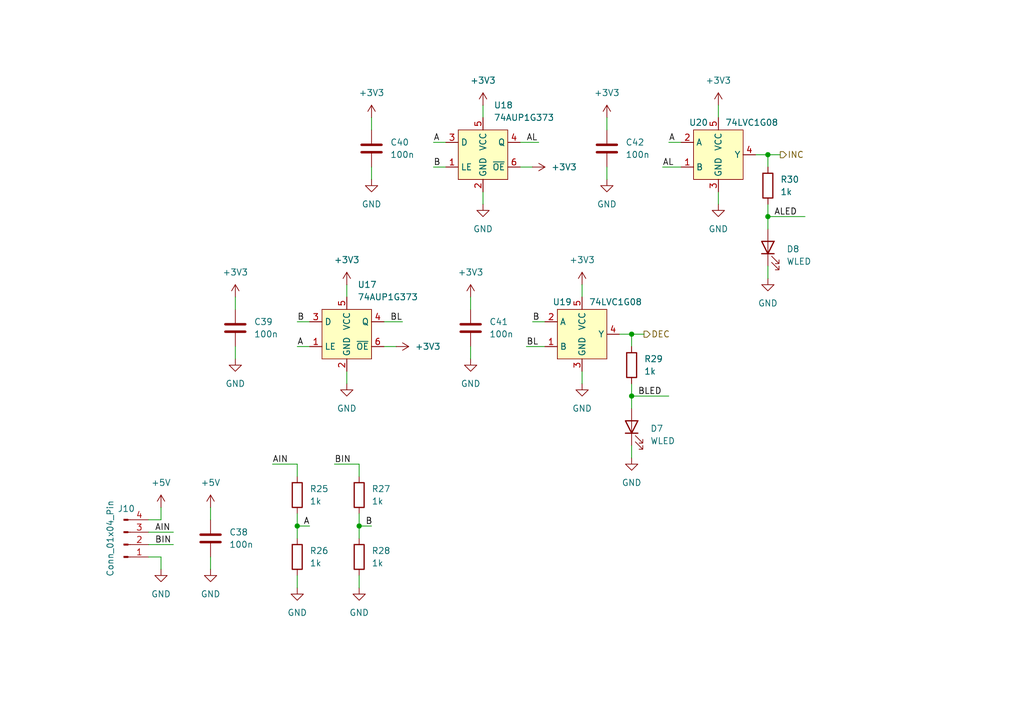
<source format=kicad_sch>
(kicad_sch (version 20231120) (generator "eeschema") (generator_version "8.0")
  (paper "A5")
  (lib_symbols
    (symbol "Connector:Conn_01x04_Pin" (pin_names (offset 1.016) hide)
      (property "Reference" "J" (at 0 5.08 0))
      (property "Value" "Conn_01x04_Pin" (at 0 -7.62 0))
      (symbol "Conn_01x04_Pin_1_1"
        (polyline (pts (xy 1.27 -5.08) (xy 0.8636 -5.08)) (stroke (width 0.1524)))
        (polyline (pts (xy 1.27 -2.54) (xy 0.8636 -2.54)) (stroke (width 0.1524)))
        (polyline (pts (xy 1.27 0) (xy 0.8636 0)) (stroke (width 0.1524)))
        (polyline (pts (xy 1.27 2.54) (xy 0.8636 2.54)) (stroke (width 0.1524)))
        (rectangle (start 0.8636 -4.953) (end 0 -5.207) (stroke (width 0.1524)) (fill (type outline)))
        (rectangle (start 0.8636 -2.413) (end 0 -2.667) (stroke (width 0.1524)) (fill (type outline)))
        (rectangle (start 0.8636 0.127) (end 0 -0.127) (stroke (width 0.1524)) (fill (type outline)))
        (rectangle (start 0.8636 2.667) (end 0 2.413) (stroke (width 0.1524)) (fill (type outline)))
        (pin passive line (at 5.08 2.54 180) (length 3.81) (name "Pin_1") (number "1"))
        (pin passive line (at 5.08 0 180) (length 3.81) (name "Pin_2") (number "2"))
        (pin passive line (at 5.08 -2.54 180) (length 3.81) (name "Pin_3") (number "3"))
        (pin passive line (at 5.08 -5.08 180) (length 3.81) (name "Pin_4") (number "4"))
      )
    )
    (symbol "Device:C" (pin_numbers hide) (pin_names (offset 0.254))
      (property "Reference" "C" (at 0.635 2.54 0))
      (property "Value" "C" (at 0.635 -2.54 0))
      (symbol "C_0_1"
        (polyline (pts (xy -2.032 -0.762) (xy 2.032 -0.762)) (stroke (width 0.508)))
        (polyline (pts (xy -2.032 0.762) (xy 2.032 0.762)) (stroke (width 0.508)))
      )
      (symbol "C_1_1"
        (pin passive line (at 0 3.81 270) (length 2.794) (name "~") (number "1"))
        (pin passive line (at 0 -3.81 90) (length 2.794) (name "~") (number "2"))
      )
    )
    (symbol "Device:LED" (pin_numbers hide) (pin_names (offset 1.016) hide)
      (property "Reference" "D" (at 0 2.54 0))
      (property "Value" "LED" (at 0 -2.54 0))
      (symbol "LED_0_1"
        (polyline (pts (xy -1.27 -1.27) (xy -1.27 1.27)) (stroke (width 0.254)))
        (polyline (pts (xy -1.27 0) (xy 1.27 0)))
        (polyline (pts (xy 1.27 -1.27) (xy 1.27 1.27) (xy -1.27 0) (xy 1.27 -1.27)) (stroke (width 0.254)))
        (polyline (pts (xy -3.048 -0.762) (xy -4.572 -2.286) (xy -3.81 -2.286) (xy -4.572 -2.286) (xy -4.572 -1.524)))
        (polyline (pts (xy -1.778 -0.762) (xy -3.302 -2.286) (xy -2.54 -2.286) (xy -3.302 -2.286) (xy -3.302 -1.524)))
      )
      (symbol "LED_1_1"
        (pin passive line (at -3.81 0 0) (length 2.54) (name "K") (number "1"))
        (pin passive line (at 3.81 0 180) (length 2.54) (name "A") (number "2"))
      )
    )
    (symbol "Device:R" (pin_numbers hide) (pin_names (offset 0))
      (property "Reference" "R" (at 2.032 0 90))
      (property "Value" "R" (at 0 0 90))
      (symbol "R_0_1"
        (rectangle (start -1.016 -2.54) (end 1.016 2.54) (stroke (width 0.254)))
      )
      (symbol "R_1_1"
        (pin passive line (at 0 3.81 270) (length 1.27) (name "~") (number "1"))
        (pin passive line (at 0 -3.81 90) (length 1.27) (name "~") (number "2"))
      )
    )
    (symbol "Symbols:74AUP1G373"
      (property "Reference" "U" (at 1.016 1.524 0))
      (property "Value" "74AUP1G373" (at 12.7 1.524 0))
      (symbol "74AUP1G373_1_1"
        (rectangle (start 0 0) (end 10.16 -10.16) (fill (type background)))
        (pin input line (at -2.54 -7.62 0) (length 2.54) (name "LE") (number "1"))
        (pin power_in line (at 5.08 -12.7 90) (length 2.54) (name "GND") (number "2"))
        (pin input line (at -2.54 -2.54 0) (length 2.54) (name "D") (number "3"))
        (pin output line (at 12.7 -2.54 180) (length 2.54) (name "Q") (number "4"))
        (pin power_in line (at 5.08 2.54 270) (length 2.54) (name "VCC") (number "5"))
        (pin input line (at 12.7 -7.62 180) (length 2.54) (name "~{OE}") (number "6"))
      )
    )
    (symbol "Symbols:74LVC1G08"
      (property "Reference" "U" (at 1.27 1.524 0))
      (property "Value" "74LVC1G08" (at 11.938 1.524 0))
      (symbol "74LVC1G08_1_1"
        (rectangle (start 0 0) (end 10.16 -10.16) (fill (type background)))
        (pin input line (at -2.54 -7.62 0) (length 2.54) (name "B") (number "1"))
        (pin input line (at -2.54 -2.54 0) (length 2.54) (name "A") (number "2"))
        (pin power_in line (at 5.08 -12.7 90) (length 2.54) (name "GND") (number "3"))
        (pin output line (at 12.7 -5.08 180) (length 2.54) (name "Y") (number "4"))
        (pin power_in line (at 5.08 2.54 270) (length 2.54) (name "VCC") (number "5"))
      )
    )
    (symbol "power:+3V3" (power) (pin_numbers hide) (pin_names (offset 0) hide)
      (property "Value" "+3V3" (at 0 3.556 0))
      (symbol "+3V3_0_1"
        (polyline (pts (xy -0.762 1.27) (xy 0 2.54)))
        (polyline (pts (xy 0 0) (xy 0 2.54)))
        (polyline (pts (xy 0 2.54) (xy 0.762 1.27)))
      )
      (symbol "+3V3_1_1"
        (pin power_in line (at 0 0 90) (length 0) (name "~") (number "1"))
      )
    )
    (symbol "power:+5V" (power) (pin_numbers hide) (pin_names (offset 0) hide)
      (property "Value" "+5V" (at 0 3.556 0))
      (symbol "+5V_0_1"
        (polyline (pts (xy -0.762 1.27) (xy 0 2.54)))
        (polyline (pts (xy 0 0) (xy 0 2.54)))
        (polyline (pts (xy 0 2.54) (xy 0.762 1.27)))
      )
      (symbol "+5V_1_1"
        (pin power_in line (at 0 0 90) (length 0) (name "~") (number "1"))
      )
    )
    (symbol "power:GND" (power) (pin_numbers hide) (pin_names (offset 0) hide)
      (property "Value" "GND" (at 0 -3.81 0))
      (symbol "GND_0_1"
        (polyline (pts (xy 0 0) (xy 0 -1.27) (xy 1.27 -1.27) (xy 0 -2.54) (xy -1.27 -1.27) (xy 0 -1.27)))
      )
      (symbol "GND_1_1"
        (pin power_in line (at 0 0 270) (length 0) (name "~") (number "1"))
      )
    )
  )
  (junction (at 129.54 81.28))
  (junction (at 73.66 107.95))
  (junction (at 157.48 31.75))
  (junction (at 157.48 44.45))
  (junction (at 60.96 107.95))
  (junction (at 129.54 68.58))
  (wire (pts (xy 76.2 34.29) (xy 76.2 36.83)))
  (wire (pts (xy 106.68 34.29) (xy 109.22 34.29)))
  (wire (pts (xy 157.48 31.75) (xy 157.48 34.29)))
  (wire (pts (xy 119.38 76.2) (xy 119.38 78.74)))
  (wire (pts (xy 76.2 24.13) (xy 76.2 26.67)))
  (wire (pts (xy 129.54 68.58) (xy 129.54 71.12)))
  (wire (pts (xy 157.48 44.45) (xy 157.48 46.99)))
  (wire (pts (xy 55.88 95.25) (xy 60.96 95.25)))
  (wire (pts (xy 33.02 116.84) (xy 33.02 114.3)))
  (wire (pts (xy 154.94 31.75) (xy 157.48 31.75)))
  (wire (pts (xy 48.26 71.12) (xy 48.26 73.66)))
  (wire (pts (xy 73.66 107.95) (xy 73.66 110.49)))
  (wire (pts (xy 73.66 107.95) (xy 76.2 107.95)))
  (wire (pts (xy 43.18 104.14) (xy 43.18 106.68)))
  (wire (pts (xy 137.16 29.21) (xy 139.7 29.21)))
  (wire (pts (xy 96.52 71.12) (xy 96.52 73.66)))
  (wire (pts (xy 60.96 95.25) (xy 60.96 97.79)))
  (wire (pts (xy 127 68.58) (xy 129.54 68.58)))
  (wire (pts (xy 109.22 66.04) (xy 111.76 66.04)))
  (wire (pts (xy 129.54 78.74) (xy 129.54 81.28)))
  (wire (pts (xy 129.54 81.28) (xy 137.16 81.28)))
  (wire (pts (xy 147.32 39.37) (xy 147.32 41.91)))
  (wire (pts (xy 129.54 81.28) (xy 129.54 83.82)))
  (wire (pts (xy 43.18 114.3) (xy 43.18 116.84)))
  (wire (pts (xy 60.96 66.04) (xy 63.5 66.04)))
  (wire (pts (xy 119.38 58.42) (xy 119.38 60.96)))
  (wire (pts (xy 124.46 24.13) (xy 124.46 26.67)))
  (wire (pts (xy 33.02 106.68) (xy 30.48 106.68)))
  (wire (pts (xy 48.26 60.96) (xy 48.26 63.5)))
  (wire (pts (xy 124.46 34.29) (xy 124.46 36.83)))
  (wire (pts (xy 60.96 105.41) (xy 60.96 107.95)))
  (wire (pts (xy 33.02 104.14) (xy 33.02 106.68)))
  (wire (pts (xy 157.48 44.45) (xy 165.1 44.45)))
  (wire (pts (xy 107.95 71.12) (xy 111.76 71.12)))
  (wire (pts (xy 157.48 41.91) (xy 157.48 44.45)))
  (wire (pts (xy 96.52 60.96) (xy 96.52 63.5)))
  (wire (pts (xy 73.66 118.11) (xy 73.66 120.65)))
  (wire (pts (xy 99.06 39.37) (xy 99.06 41.91)))
  (wire (pts (xy 160.02 31.75) (xy 157.48 31.75)))
  (wire (pts (xy 135.89 34.29) (xy 139.7 34.29)))
  (wire (pts (xy 71.12 76.2) (xy 71.12 78.74)))
  (wire (pts (xy 68.58 95.25) (xy 73.66 95.25)))
  (wire (pts (xy 30.48 109.22) (xy 35.56 109.22)))
  (wire (pts (xy 60.96 107.95) (xy 63.5 107.95)))
  (wire (pts (xy 30.48 111.76) (xy 35.56 111.76)))
  (wire (pts (xy 73.66 105.41) (xy 73.66 107.95)))
  (wire (pts (xy 60.96 107.95) (xy 60.96 110.49)))
  (wire (pts (xy 88.9 34.29) (xy 91.44 34.29)))
  (wire (pts (xy 129.54 91.44) (xy 129.54 93.98)))
  (wire (pts (xy 88.9 29.21) (xy 91.44 29.21)))
  (wire (pts (xy 78.74 66.04) (xy 82.55 66.04)))
  (wire (pts (xy 33.02 114.3) (xy 30.48 114.3)))
  (wire (pts (xy 73.66 95.25) (xy 73.66 97.79)))
  (wire (pts (xy 106.68 29.21) (xy 110.49 29.21)))
  (wire (pts (xy 129.54 68.58) (xy 132.08 68.58)))
  (wire (pts (xy 71.12 58.42) (xy 71.12 60.96)))
  (wire (pts (xy 99.06 21.59) (xy 99.06 24.13)))
  (wire (pts (xy 147.32 21.59) (xy 147.32 24.13)))
  (wire (pts (xy 60.96 71.12) (xy 63.5 71.12)))
  (wire (pts (xy 157.48 54.61) (xy 157.48 57.15)))
  (wire (pts (xy 78.74 71.12) (xy 81.28 71.12)))
  (wire (pts (xy 60.96 118.11) (xy 60.96 120.65)))
  (label "A" (at 88.9 29.21 0))
  (label "A" (at 137.16 29.21 0))
  (label "ALED" (at 158.75 44.45 0) (effects (font (thickness 0.1588))))
  (label "BL" (at 107.95 71.12 0))
  (label "AIN" (at 55.88 95.25 0))
  (label "BL" (at 80.01 66.04 0))
  (label "B" (at 88.9 34.29 0))
  (label "B" (at 109.22 66.04 0))
  (label "BIN" (at 68.58 95.25 0))
  (label "BLED" (at 130.81 81.28 0) (effects (font (thickness 0.1588))))
  (label "AL" (at 135.89 34.29 0))
  (label "AL" (at 107.95 29.21 0))
  (label "A" (at 60.96 71.12 0))
  (label "B" (at 60.96 66.04 0))
  (label "BIN" (at 31.75 111.76 0))
  (label "AIN" (at 31.75 109.22 0))
  (label "A" (at 62.23 107.95 0) (effects (font (thickness 0.1588))))
  (label "B" (at 74.93 107.95 0) (effects (font (thickness 0.1588))))
  (hierarchical_label "INC" (shape output) (at 160.02 31.75 0))
  (hierarchical_label "DEC" (shape output) (at 132.08 68.58 0))
  (symbol (lib_id "power:+5V") (at 33.02 104.14 0) (unit 1)
    (property "Reference" "#PWR0130" (effects (hide yes)))
    (property "Value" "+5V" (at 33.02 99.06 0))
    (property "Description" "Power symbol creates a global label with name \"+5V\"" (effects (hide yes)))
    (instances (project "raven" (path "" (reference "#PWR0130") (unit 1)) (path "" (reference "#PWR075") (unit 1)) (path "" (reference "#PWR0104") (unit 1)) (path "" (reference "#PWR040") (unit 1)) (path "" (reference "#PWR0163") (unit 1))))
  )
  (symbol (lib_id "Device:C") (at 124.46 30.48 0) (unit 1)
    (property "Reference" "C17" (at 128.27 29.2099 0) (effects (justify left)))
    (property "Value" "100n" (at 128.27 31.7499 0) (effects (justify left)))
    (property "Footprint" "Capacitor_SMD:C_0402_1005Metric" (effects (hide yes)))
    (property "Description" "Unpolarized capacitor" (effects (hide yes)))
    (property "LCSC" "C1525" (effects (hide yes)))
    (instances (project "raven" (path "" (reference "C42") (unit 1)) (path "" (reference "C31") (unit 1)) (path "" (reference "C37") (unit 1)) (path "" (reference "C17") (unit 1)) (path "" (reference "C51") (unit 1))))
  )
  (symbol (lib_id "Device:R") (at 60.96 114.3 180) (unit 1)
    (property "Reference" "R5" (at 63.5 113.0299 0) (effects (justify right)))
    (property "Value" "1k" (at 63.5 115.5699 0) (effects (justify right)))
    (property "Footprint" "Resistor_SMD:R_0402_1005Metric" (effects (hide yes)))
    (property "Description" "Resistor" (effects (hide yes)))
    (property "LCSC" "C11702" (effects (hide yes)))
    (instances (project "raven" (path "" (reference "R26") (unit 1)) (path "" (reference "R12") (unit 1)) (path "" (reference "R20") (unit 1)) (path "" (reference "R5") (unit 1)) (path "" (reference "R34") (unit 1))))
  )
  (symbol (lib_id "power:GND") (at 60.96 120.65 0) (unit 1)
    (property "Reference" "#PWR0136" (effects (hide yes)))
    (property "Value" "GND" (at 60.96 125.73 0))
    (property "Description" "Power symbol creates a global label with name \"GND\" , ground" (effects (hide yes)))
    (instances (project "raven" (path "" (reference "#PWR0136") (unit 1)) (path "" (reference "#PWR081") (unit 1)) (path "" (reference "#PWR0110") (unit 1)) (path "" (reference "#PWR046") (unit 1)) (path "" (reference "#PWR0169") (unit 1))))
  )
  (symbol (lib_id "power:GND") (at 73.66 120.65 0) (unit 1)
    (property "Reference" "#PWR0139" (effects (hide yes)))
    (property "Value" "GND" (at 73.66 125.73 0))
    (property "Description" "Power symbol creates a global label with name \"GND\" , ground" (effects (hide yes)))
    (instances (project "raven" (path "" (reference "#PWR0139") (unit 1)) (path "" (reference "#PWR084") (unit 1)) (path "" (reference "#PWR0113") (unit 1)) (path "" (reference "#PWR049") (unit 1)) (path "" (reference "#PWR0172") (unit 1))))
  )
  (symbol (lib_id "Device:C") (at 76.2 30.48 0) (unit 1)
    (property "Reference" "C15" (at 80.01 29.2099 0) (effects (justify left)))
    (property "Value" "100n" (at 80.01 31.7499 0) (effects (justify left)))
    (property "Footprint" "Capacitor_SMD:C_0402_1005Metric" (effects (hide yes)))
    (property "Description" "Unpolarized capacitor" (effects (hide yes)))
    (property "LCSC" "C1525" (effects (hide yes)))
    (instances (project "raven" (path "" (reference "C40") (unit 1)) (path "" (reference "C29") (unit 1)) (path "" (reference "C35") (unit 1)) (path "" (reference "C15") (unit 1)) (path "" (reference "C49") (unit 1))))
  )
  (symbol (lib_id "Device:R") (at 60.96 101.6 180) (unit 1)
    (property "Reference" "R4" (at 63.5 100.3299 0) (effects (justify right)))
    (property "Value" "1k" (at 63.5 102.8699 0) (effects (justify right)))
    (property "Footprint" "Resistor_SMD:R_0402_1005Metric" (effects (hide yes)))
    (property "Description" "Resistor" (effects (hide yes)))
    (property "LCSC" "C11702" (effects (hide yes)))
    (instances (project "raven" (path "" (reference "R25") (unit 1)) (path "" (reference "R11") (unit 1)) (path "" (reference "R19") (unit 1)) (path "" (reference "R4") (unit 1)) (path "" (reference "R33") (unit 1))))
  )
  (symbol (lib_id "power:+5V") (at 43.18 104.14 0) (unit 1)
    (property "Reference" "#PWR0132" (effects (hide yes)))
    (property "Value" "+5V" (at 43.18 99.06 0))
    (property "Description" "Power symbol creates a global label with name \"+5V\"" (effects (hide yes)))
    (instances (project "raven" (path "" (reference "#PWR0132") (unit 1)) (path "" (reference "#PWR077") (unit 1)) (path "" (reference "#PWR0106") (unit 1)) (path "" (reference "#PWR042") (unit 1)) (path "" (reference "#PWR0165") (unit 1))))
  )
  (symbol (lib_id "Device:C") (at 48.26 67.31 0) (unit 1)
    (property "Reference" "C14" (at 52.07 66.0399 0) (effects (justify left)))
    (property "Value" "100n" (at 52.07 68.5799 0) (effects (justify left)))
    (property "Footprint" "Capacitor_SMD:C_0402_1005Metric" (effects (hide yes)))
    (property "Description" "Unpolarized capacitor" (effects (hide yes)))
    (property "LCSC" "C1525" (effects (hide yes)))
    (instances (project "raven" (path "" (reference "C39") (unit 1)) (path "" (reference "C28") (unit 1)) (path "" (reference "C34") (unit 1)) (path "" (reference "C14") (unit 1)) (path "" (reference "C48") (unit 1))))
  )
  (symbol (lib_id "power:+3V3") (at 76.2 24.13 0) (unit 1)
    (property "Reference" "#PWR0140" (effects (hide yes)))
    (property "Value" "+3V3" (at 76.2 19.05 0))
    (property "Description" "Power symbol creates a global label with name \"+3V3\"" (effects (hide yes)))
    (instances (project "raven" (path "" (reference "#PWR0140") (unit 1)) (path "" (reference "#PWR085") (unit 1)) (path "" (reference "#PWR0114") (unit 1)) (path "" (reference "#PWR050") (unit 1)) (path "" (reference "#PWR0173") (unit 1))))
  )
  (symbol (lib_id "power:GND") (at 124.46 36.83 0) (unit 1)
    (property "Reference" "#PWR0151" (effects (hide yes)))
    (property "Value" "GND" (at 124.46 41.91 0))
    (property "Description" "Power symbol creates a global label with name \"GND\" , ground" (effects (hide yes)))
    (instances (project "raven" (path "" (reference "#PWR0151") (unit 1)) (path "" (reference "#PWR096") (unit 1)) (path "" (reference "#PWR0125") (unit 1)) (path "" (reference "#PWR061") (unit 1)) (path "" (reference "#PWR0184") (unit 1))))
  )
  (symbol (lib_id "Device:C") (at 43.18 110.49 0) (unit 1)
    (property "Reference" "C13" (at 46.99 109.2199 0) (effects (justify left)))
    (property "Value" "100n" (at 46.99 111.7599 0) (effects (justify left)))
    (property "Footprint" "Capacitor_SMD:C_0402_1005Metric" (effects (hide yes)))
    (property "Description" "Unpolarized capacitor" (effects (hide yes)))
    (property "LCSC" "C1525" (effects (hide yes)))
    (instances (project "raven" (path "" (reference "C38") (unit 1)) (path "" (reference "C27") (unit 1)) (path "" (reference "C33") (unit 1)) (path "" (reference "C13") (unit 1)) (path "" (reference "C47") (unit 1))))
  )
  (symbol (lib_id "power:+3V3") (at 71.12 58.42 0) (unit 1)
    (property "Reference" "#PWR0137" (effects (hide yes)))
    (property "Value" "+3V3" (at 71.12 53.34 0))
    (property "Description" "Power symbol creates a global label with name \"+3V3\"" (effects (hide yes)))
    (instances (project "raven" (path "" (reference "#PWR0137") (unit 1)) (path "" (reference "#PWR082") (unit 1)) (path "" (reference "#PWR0111") (unit 1)) (path "" (reference "#PWR047") (unit 1)) (path "" (reference "#PWR0170") (unit 1))))
  )
  (symbol (lib_id "power:+3V3") (at 119.38 58.42 0) (unit 1)
    (property "Reference" "#PWR0148" (effects (hide yes)))
    (property "Value" "+3V3" (at 119.38 53.34 0))
    (property "Description" "Power symbol creates a global label with name \"+3V3\"" (effects (hide yes)))
    (instances (project "raven" (path "" (reference "#PWR0148") (unit 1)) (path "" (reference "#PWR093") (unit 1)) (path "" (reference "#PWR0122") (unit 1)) (path "" (reference "#PWR058") (unit 1)) (path "" (reference "#PWR0181") (unit 1))))
  )
  (symbol (lib_id "Device:C") (at 96.52 67.31 0) (unit 1)
    (property "Reference" "C41" (at 100.33 66.0399 0) (effects (justify left)))
    (property "Value" "100n" (at 100.33 68.5799 0) (effects (justify left)))
    (property "Footprint" "Capacitor_SMD:C_0402_1005Metric" (effects (hide yes)))
    (property "Description" "Unpolarized capacitor" (effects (hide yes)))
    (property "LCSC" "C1525" (effects (hide yes)))
    (instances (project "raven" (path "" (reference "C41") (unit 1)) (path "" (reference "C30") (unit 1)) (path "" (reference "C36") (unit 1)) (path "" (reference "C16") (unit 1)) (path "" (reference "C50") (unit 1))))
  )
  (symbol (lib_id "power:GND") (at 71.12 78.74 0) (unit 1)
    (property "Reference" "#PWR0138" (effects (hide yes)))
    (property "Value" "GND" (at 71.12 83.82 0))
    (property "Description" "Power symbol creates a global label with name \"GND\" , ground" (effects (hide yes)))
    (instances (project "raven" (path "" (reference "#PWR0138") (unit 1)) (path "" (reference "#PWR083") (unit 1)) (path "" (reference "#PWR0112") (unit 1)) (path "" (reference "#PWR048") (unit 1)) (path "" (reference "#PWR0171") (unit 1))))
  )
  (symbol (lib_id "power:GND") (at 157.48 57.15 0) (unit 1)
    (property "Reference" "#PWR0155" (effects (hide yes)))
    (property "Value" "GND" (at 157.48 62.23 0))
    (property "Description" "Power symbol creates a global label with name \"GND\" , ground" (effects (hide yes)))
    (instances (project "raven" (path "" (reference "#PWR0155") (unit 1)) (path "" (reference "#PWR0100") (unit 1)) (path "" (reference "#PWR0129") (unit 1)) (path "" (reference "#PWR065") (unit 1)) (path "" (reference "#PWR0188") (unit 1))))
  )
  (symbol (lib_id "Symbols:74LVC1G08") (at 114.3 63.5 0) (unit 1)
    (property "Reference" "U19" (at 115.316 61.976 0))
    (property "Value" "74LVC1G08" (at 126.238 61.976 0))
    (property "Footprint" "Package_TO_SOT_SMD:SOT-353_SC-70-5" (effects (hide yes)))
    (property "Datasheet" "https://www.lcsc.com/datasheet/lcsc_datasheet_2407241026_Nexperia-74LVC1G08GW-125_C12512.pdf" (effects (hide yes)))
    (property "Description" "Single 2-input AND gate" (effects (hide yes)))
    (property "LCSC" "C12512" (effects (hide yes)))
    (instances (project "raven" (path "" (reference "U19") (unit 1)) (path "" (reference "U11") (unit 1)) (path "" (reference "U15") (unit 1)) (path "" (reference "U6") (unit 1)) (path "" (reference "U24") (unit 1))))
  )
  (symbol (lib_id "power:GND") (at 147.32 41.91 0) (unit 1)
    (property "Reference" "#PWR0154" (effects (hide yes)))
    (property "Value" "GND" (at 147.32 46.99 0))
    (property "Description" "Power symbol creates a global label with name \"GND\" , ground" (effects (hide yes)))
    (instances (project "raven" (path "" (reference "#PWR0154") (unit 1)) (path "" (reference "#PWR099") (unit 1)) (path "" (reference "#PWR0128") (unit 1)) (path "" (reference "#PWR064") (unit 1)) (path "" (reference "#PWR0187") (unit 1))))
  )
  (symbol (lib_id "Device:LED") (at 157.48 50.8 90) (unit 1)
    (property "Reference" "D2" (at 161.29 51.1174 90) (effects (justify right)))
    (property "Value" "WLED" (at 161.29 53.6574 90) (effects (justify right)))
    (property "Footprint" "LED_SMD:LED_0603_1608Metric" (effects (hide yes)))
    (property "Description" "Light emitting diode" (effects (hide yes)))
    (property "LCSC" "C2290" (effects (hide yes)))
    (instances (project "raven" (path "" (reference "D8") (unit 1)) (path "" (reference "D4") (unit 1)) (path "" (reference "D6") (unit 1)) (path "" (reference "D2") (unit 1)) (path "" (reference "D10") (unit 1))))
  )
  (symbol (lib_id "Device:R") (at 73.66 114.3 180) (unit 1)
    (property "Reference" "R7" (at 76.2 113.0299 0) (effects (justify right)))
    (property "Value" "1k" (at 76.2 115.5699 0) (effects (justify right)))
    (property "Footprint" "Resistor_SMD:R_0402_1005Metric" (effects (hide yes)))
    (property "Description" "Resistor" (effects (hide yes)))
    (property "LCSC" "C11702" (effects (hide yes)))
    (instances (project "raven" (path "" (reference "R28") (unit 1)) (path "" (reference "R14") (unit 1)) (path "" (reference "R22") (unit 1)) (path "" (reference "R7") (unit 1)) (path "" (reference "R36") (unit 1))))
  )
  (symbol (lib_id "Symbols:74AUP1G373") (at 93.98 26.67 0) (unit 1)
    (property "Reference" "U18" (at 101.2541 21.59 0) (effects (justify left)))
    (property "Value" "74AUP1G373" (at 101.2541 24.13 0) (effects (justify left)))
    (property "Footprint" "Package_TO_SOT_SMD:SOT-363_SC-70-6" (effects (hide yes)))
    (property "Datasheet" "https://www.lcsc.com/datasheet/lcsc_datasheet_2407241032_Nexperia-74AUP1G373GM-115_C503399.pdf" (effects (hide yes)))
    (property "Description" "Low-power D-type transparent 3-state latch" (effects (hide yes)))
    (property "LCSC" "C458800" (effects (hide yes)))
    (instances (project "raven" (path "" (reference "U18") (unit 1)) (path "" (reference "U10") (unit 1)) (path "" (reference "U14") (unit 1)) (path "" (reference "U5") (unit 1)) (path "" (reference "U23") (unit 1))))
  )
  (symbol (lib_id "power:GND") (at 33.02 116.84 0) (unit 1)
    (property "Reference" "#PWR0131" (effects (hide yes)))
    (property "Value" "GND" (at 33.02 121.92 0))
    (property "Description" "Power symbol creates a global label with name \"GND\" , ground" (effects (hide yes)))
    (instances (project "raven" (path "" (reference "#PWR0131") (unit 1)) (path "" (reference "#PWR076") (unit 1)) (path "" (reference "#PWR0105") (unit 1)) (path "" (reference "#PWR041") (unit 1)) (path "" (reference "#PWR0164") (unit 1))))
  )
  (symbol (lib_id "Device:LED") (at 129.54 87.63 90) (unit 1)
    (property "Reference" "D1" (at 133.35 87.9474 90) (effects (justify right)))
    (property "Value" "WLED" (at 133.35 90.4874 90) (effects (justify right)))
    (property "Footprint" "LED_SMD:LED_0603_1608Metric" (effects (hide yes)))
    (property "Description" "Light emitting diode" (effects (hide yes)))
    (property "LCSC" "C2290" (effects (hide yes)))
    (instances (project "raven" (path "" (reference "D7") (unit 1)) (path "" (reference "D3") (unit 1)) (path "" (reference "D5") (unit 1)) (path "" (reference "D1") (unit 1)) (path "" (reference "D9") (unit 1))))
  )
  (symbol (lib_id "Device:R") (at 157.48 38.1 180) (unit 1)
    (property "Reference" "R9" (at 160.02 36.8299 0) (effects (justify right)))
    (property "Value" "1k" (at 160.02 39.3699 0) (effects (justify right)))
    (property "Footprint" "Resistor_SMD:R_0402_1005Metric" (effects (hide yes)))
    (property "Description" "Resistor" (effects (hide yes)))
    (property "LCSC" "C11702" (effects (hide yes)))
    (instances (project "raven" (path "" (reference "R30") (unit 1)) (path "" (reference "R16") (unit 1)) (path "" (reference "R24") (unit 1)) (path "" (reference "R9") (unit 1)) (path "" (reference "R38") (unit 1))))
  )
  (symbol (lib_id "power:GND") (at 48.26 73.66 0) (unit 1)
    (property "Reference" "#PWR0135" (effects (hide yes)))
    (property "Value" "GND" (at 48.26 78.74 0))
    (property "Description" "Power symbol creates a global label with name \"GND\" , ground" (effects (hide yes)))
    (instances (project "raven" (path "" (reference "#PWR0135") (unit 1)) (path "" (reference "#PWR080") (unit 1)) (path "" (reference "#PWR0109") (unit 1)) (path "" (reference "#PWR045") (unit 1)) (path "" (reference "#PWR0168") (unit 1))))
  )
  (symbol (lib_id "power:GND") (at 99.06 41.91 0) (unit 1)
    (property "Reference" "#PWR0146" (effects (hide yes)))
    (property "Value" "GND" (at 99.06 46.99 0))
    (property "Description" "Power symbol creates a global label with name \"GND\" , ground" (effects (hide yes)))
    (instances (project "raven" (path "" (reference "#PWR0146") (unit 1)) (path "" (reference "#PWR091") (unit 1)) (path "" (reference "#PWR0120") (unit 1)) (path "" (reference "#PWR056") (unit 1)) (path "" (reference "#PWR0179") (unit 1))))
  )
  (symbol (lib_id "Device:R") (at 129.54 74.93 180) (unit 1)
    (property "Reference" "R8" (at 132.08 73.6599 0) (effects (justify right)))
    (property "Value" "1k" (at 132.08 76.1999 0) (effects (justify right)))
    (property "Footprint" "Resistor_SMD:R_0402_1005Metric" (effects (hide yes)))
    (property "Description" "Resistor" (effects (hide yes)))
    (property "LCSC" "C11702" (effects (hide yes)))
    (instances (project "raven" (path "" (reference "R29") (unit 1)) (path "" (reference "R15") (unit 1)) (path "" (reference "R23") (unit 1)) (path "" (reference "R8") (unit 1)) (path "" (reference "R37") (unit 1))))
  )
  (symbol (lib_id "power:GND") (at 129.54 93.98 0) (unit 1)
    (property "Reference" "#PWR0152" (effects (hide yes)))
    (property "Value" "GND" (at 129.54 99.06 0))
    (property "Description" "Power symbol creates a global label with name \"GND\" , ground" (effects (hide yes)))
    (instances (project "raven" (path "" (reference "#PWR0152") (unit 1)) (path "" (reference "#PWR097") (unit 1)) (path "" (reference "#PWR0126") (unit 1)) (path "" (reference "#PWR062") (unit 1)) (path "" (reference "#PWR0185") (unit 1))))
  )
  (symbol (lib_id "Symbols:74AUP1G373") (at 66.04 63.5 0) (unit 1)
    (property "Reference" "U17" (at 73.3141 58.42 0) (effects (justify left)))
    (property "Value" "74AUP1G373" (at 73.3141 60.96 0) (effects (justify left)))
    (property "Footprint" "Package_TO_SOT_SMD:SOT-363_SC-70-6" (effects (hide yes)))
    (property "Datasheet" "https://www.lcsc.com/datasheet/lcsc_datasheet_2407241032_Nexperia-74AUP1G373GM-115_C503399.pdf" (effects (hide yes)))
    (property "Description" "Low-power D-type transparent 3-state latch" (effects (hide yes)))
    (property "LCSC" "C458800" (effects (hide yes)))
    (instances (project "raven" (path "" (reference "U17") (unit 1)) (path "" (reference "U9") (unit 1)) (path "" (reference "U13") (unit 1)) (path "" (reference "U4") (unit 1)) (path "" (reference "U22") (unit 1))))
  )
  (symbol (lib_id "power:+3V3") (at 147.32 21.59 0) (unit 1)
    (property "Reference" "#PWR0153" (effects (hide yes)))
    (property "Value" "+3V3" (at 147.32 16.51 0))
    (property "Description" "Power symbol creates a global label with name \"+3V3\"" (effects (hide yes)))
    (instances (project "raven" (path "" (reference "#PWR0153") (unit 1)) (path "" (reference "#PWR098") (unit 1)) (path "" (reference "#PWR0127") (unit 1)) (path "" (reference "#PWR063") (unit 1)) (path "" (reference "#PWR0186") (unit 1))))
  )
  (symbol (lib_id "power:GND") (at 76.2 36.83 0) (unit 1)
    (property "Reference" "#PWR0141" (effects (hide yes)))
    (property "Value" "GND" (at 76.2 41.91 0))
    (property "Description" "Power symbol creates a global label with name \"GND\" , ground" (effects (hide yes)))
    (instances (project "raven" (path "" (reference "#PWR0141") (unit 1)) (path "" (reference "#PWR086") (unit 1)) (path "" (reference "#PWR0115") (unit 1)) (path "" (reference "#PWR051") (unit 1)) (path "" (reference "#PWR0174") (unit 1))))
  )
  (symbol (lib_id "Symbols:74LVC1G08") (at 142.24 26.67 0) (unit 1)
    (property "Reference" "U20" (at 143.256 25.146 0))
    (property "Value" "74LVC1G08" (at 154.178 25.146 0))
    (property "Footprint" "Package_TO_SOT_SMD:SOT-353_SC-70-5" (effects (hide yes)))
    (property "Datasheet" "https://www.lcsc.com/datasheet/lcsc_datasheet_2407241026_Nexperia-74LVC1G08GW-125_C12512.pdf" (effects (hide yes)))
    (property "Description" "Single 2-input AND gate" (effects (hide yes)))
    (property "LCSC" "C12512" (effects (hide yes)))
    (instances (project "raven" (path "" (reference "U20") (unit 1)) (path "" (reference "U12") (unit 1)) (path "" (reference "U16") (unit 1)) (path "" (reference "U7") (unit 1)) (path "" (reference "U25") (unit 1))))
  )
  (symbol (lib_id "power:GND") (at 43.18 116.84 0) (unit 1)
    (property "Reference" "#PWR0133" (effects (hide yes)))
    (property "Value" "GND" (at 43.18 121.92 0))
    (property "Description" "Power symbol creates a global label with name \"GND\" , ground" (effects (hide yes)))
    (instances (project "raven" (path "" (reference "#PWR0133") (unit 1)) (path "" (reference "#PWR078") (unit 1)) (path "" (reference "#PWR0107") (unit 1)) (path "" (reference "#PWR043") (unit 1)) (path "" (reference "#PWR0166") (unit 1))))
  )
  (symbol (lib_id "power:+3V3") (at 109.22 34.29 270) (unit 1)
    (property "Reference" "#PWR0147" (effects (hide yes)))
    (property "Value" "+3V3" (at 113.03 34.2899 90) (effects (justify left)))
    (property "Description" "Power symbol creates a global label with name \"+3V3\"" (effects (hide yes)))
    (instances (project "raven" (path "" (reference "#PWR0147") (unit 1)) (path "" (reference "#PWR092") (unit 1)) (path "" (reference "#PWR0121") (unit 1)) (path "" (reference "#PWR057") (unit 1)) (path "" (reference "#PWR0180") (unit 1))))
  )
  (symbol (lib_id "power:+3V3") (at 99.06 21.59 0) (unit 1)
    (property "Reference" "#PWR0145" (effects (hide yes)))
    (property "Value" "+3V3" (at 99.06 16.51 0))
    (property "Description" "Power symbol creates a global label with name \"+3V3\"" (effects (hide yes)))
    (instances (project "raven" (path "" (reference "#PWR0145") (unit 1)) (path "" (reference "#PWR090") (unit 1)) (path "" (reference "#PWR0119") (unit 1)) (path "" (reference "#PWR055") (unit 1)) (path "" (reference "#PWR0178") (unit 1))))
  )
  (symbol (lib_id "power:GND") (at 96.52 73.66 0) (unit 1)
    (property "Reference" "#PWR0144" (effects (hide yes)))
    (property "Value" "GND" (at 96.52 78.74 0))
    (property "Description" "Power symbol creates a global label with name \"GND\" , ground" (effects (hide yes)))
    (instances (project "raven" (path "" (reference "#PWR0144") (unit 1)) (path "" (reference "#PWR089") (unit 1)) (path "" (reference "#PWR0118") (unit 1)) (path "" (reference "#PWR054") (unit 1)) (path "" (reference "#PWR0177") (unit 1))))
  )
  (symbol (lib_id "power:+3V3") (at 48.26 60.96 0) (unit 1)
    (property "Reference" "#PWR0134" (effects (hide yes)))
    (property "Value" "+3V3" (at 48.26 55.88 0))
    (property "Description" "Power symbol creates a global label with name \"+3V3\"" (effects (hide yes)))
    (instances (project "raven" (path "" (reference "#PWR0134") (unit 1)) (path "" (reference "#PWR079") (unit 1)) (path "" (reference "#PWR0108") (unit 1)) (path "" (reference "#PWR044") (unit 1)) (path "" (reference "#PWR0167") (unit 1))))
  )
  (symbol (lib_id "power:+3V3") (at 81.28 71.12 270) (unit 1)
    (property "Reference" "#PWR0142" (effects (hide yes)))
    (property "Value" "+3V3" (at 85.09 71.1199 90) (effects (justify left)))
    (property "Description" "Power symbol creates a global label with name \"+3V3\"" (effects (hide yes)))
    (instances (project "raven" (path "" (reference "#PWR0142") (unit 1)) (path "" (reference "#PWR087") (unit 1)) (path "" (reference "#PWR0116") (unit 1)) (path "" (reference "#PWR052") (unit 1)) (path "" (reference "#PWR0175") (unit 1))))
  )
  (symbol (lib_id "power:GND") (at 119.38 78.74 0) (unit 1)
    (property "Reference" "#PWR0149" (effects (hide yes)))
    (property "Value" "GND" (at 119.38 83.82 0))
    (property "Description" "Power symbol creates a global label with name \"GND\" , ground" (effects (hide yes)))
    (instances (project "raven" (path "" (reference "#PWR0149") (unit 1)) (path "" (reference "#PWR094") (unit 1)) (path "" (reference "#PWR0123") (unit 1)) (path "" (reference "#PWR059") (unit 1)) (path "" (reference "#PWR0182") (unit 1))))
  )
  (symbol (lib_id "Device:R") (at 73.66 101.6 180) (unit 1)
    (property "Reference" "R6" (at 76.2 100.3299 0) (effects (justify right)))
    (property "Value" "1k" (at 76.2 102.8699 0) (effects (justify right)))
    (property "Footprint" "Resistor_SMD:R_0402_1005Metric" (effects (hide yes)))
    (property "Description" "Resistor" (effects (hide yes)))
    (property "LCSC" "C11702" (effects (hide yes)))
    (instances (project "raven" (path "" (reference "R27") (unit 1)) (path "" (reference "R13") (unit 1)) (path "" (reference "R21") (unit 1)) (path "" (reference "R6") (unit 1)) (path "" (reference "R35") (unit 1))))
  )
  (symbol (lib_id "power:+3V3") (at 96.52 60.96 0) (unit 1)
    (property "Reference" "#PWR0143" (effects (hide yes)))
    (property "Value" "+3V3" (at 96.52 55.88 0))
    (property "Description" "Power symbol creates a global label with name \"+3V3\"" (effects (hide yes)))
    (instances (project "raven" (path "" (reference "#PWR0143") (unit 1)) (path "" (reference "#PWR088") (unit 1)) (path "" (reference "#PWR0117") (unit 1)) (path "" (reference "#PWR053") (unit 1)) (path "" (reference "#PWR0176") (unit 1))))
  )
  (symbol (lib_id "Connector:Conn_01x04_Pin") (at 25.4 111.76 0) (mirror x) (unit 1)
    (property "Reference" "J10" (at 25.908 104.394 0))
    (property "Value" "Conn_01x04_Pin" (at 22.606 110.49 90))
    (property "Footprint" "Connector_PinHeader_2.54mm:PinHeader_1x04_P2.54mm_Vertical" (effects (hide yes)))
    (property "Description" "Generic connector, single row, 01x04, script generated" (effects (hide yes)))
    (property "LCSC" "C6332197" (effects (hide yes)))
    (instances (project "raven" (path "" (reference "J10") (unit 1)) (path "" (reference "J8") (unit 1)) (path "" (reference "J9") (unit 1)) (path "" (reference "J7") (unit 1)) (path "" (reference "J11") (unit 1))))
  )
  (symbol (lib_id "power:+3V3") (at 124.46 24.13 0) (unit 1)
    (property "Reference" "#PWR0150" (effects (hide yes)))
    (property "Value" "+3V3" (at 124.46 19.05 0))
    (property "Description" "Power symbol creates a global label with name \"+3V3\"" (effects (hide yes)))
    (instances (project "raven" (path "" (reference "#PWR0150") (unit 1)) (path "" (reference "#PWR095") (unit 1)) (path "" (reference "#PWR0124") (unit 1)) (path "" (reference "#PWR060") (unit 1)) (path "" (reference "#PWR0183") (unit 1))))
  )
)
</source>
